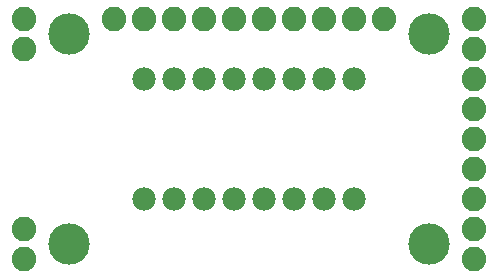
<source format=gbr>
G04 EAGLE Gerber RS-274X export*
G75*
%MOMM*%
%FSLAX34Y34*%
%LPD*%
%INSoldermask Bottom*%
%IPPOS*%
%AMOC8*
5,1,8,0,0,1.08239X$1,22.5*%
G01*
%ADD10C,1.981200*%
%ADD11C,3.505200*%
%ADD12C,2.082800*%


D10*
X292100Y63500D03*
X266700Y63500D03*
X241300Y63500D03*
X215900Y63500D03*
X190500Y63500D03*
X165100Y63500D03*
X114300Y63500D03*
X139700Y63500D03*
X114300Y165100D03*
X241300Y165100D03*
X215900Y165100D03*
X190500Y165100D03*
X139700Y165100D03*
X165100Y165100D03*
X266700Y165100D03*
X292100Y165100D03*
D11*
X50800Y25400D03*
X50800Y203200D03*
X355600Y25400D03*
X355600Y203200D03*
D12*
X12700Y12700D03*
X12700Y38100D03*
X12700Y215900D03*
X12700Y190500D03*
X393700Y12700D03*
X393700Y38100D03*
X393700Y215900D03*
X393700Y190500D03*
X393700Y63500D03*
X393700Y88900D03*
X393700Y114300D03*
X393700Y139700D03*
X393700Y165100D03*
X317500Y215900D03*
X292100Y215900D03*
X266700Y215900D03*
X241300Y215900D03*
X215900Y215900D03*
X190500Y215900D03*
X165100Y215900D03*
X139700Y215900D03*
X114300Y215900D03*
X88900Y215900D03*
M02*

</source>
